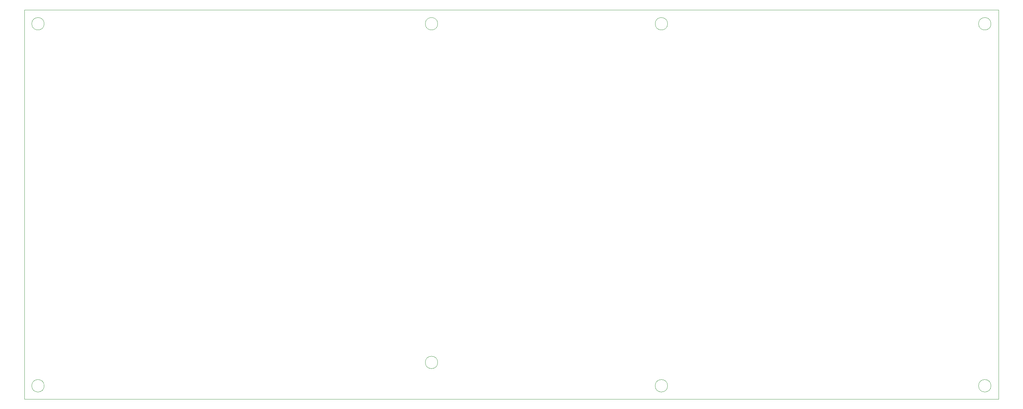
<source format=gm1>
%TF.GenerationSoftware,KiCad,Pcbnew,9.0.3*%
%TF.CreationDate,2025-12-20T20:15:01+09:00*%
%TF.ProjectId,VCOSeparate,56434f53-6570-4617-9261-74652e6b6963,rev?*%
%TF.SameCoordinates,Original*%
%TF.FileFunction,Profile,NP*%
%FSLAX46Y46*%
G04 Gerber Fmt 4.6, Leading zero omitted, Abs format (unit mm)*
G04 Created by KiCad (PCBNEW 9.0.3) date 2025-12-20 20:15:01*
%MOMM*%
%LPD*%
G01*
G04 APERTURE LIST*
%TA.AperFunction,Profile*%
%ADD10C,0.050000*%
%TD*%
G04 APERTURE END LIST*
D10*
X268600000Y-122000000D02*
G75*
G02*
X265400000Y-122000000I-1600000J0D01*
G01*
X265400000Y-122000000D02*
G75*
G02*
X268600000Y-122000000I1600000J0D01*
G01*
X25600000Y-122000000D02*
G75*
G02*
X22400000Y-122000000I-1600000J0D01*
G01*
X22400000Y-122000000D02*
G75*
G02*
X25600000Y-122000000I1600000J0D01*
G01*
X185600000Y-122000000D02*
G75*
G02*
X182400000Y-122000000I-1600000J0D01*
G01*
X182400000Y-122000000D02*
G75*
G02*
X185600000Y-122000000I1600000J0D01*
G01*
X185600000Y-29000000D02*
G75*
G02*
X182400000Y-29000000I-1600000J0D01*
G01*
X182400000Y-29000000D02*
G75*
G02*
X185600000Y-29000000I1600000J0D01*
G01*
X126600000Y-29000000D02*
G75*
G02*
X123400000Y-29000000I-1600000J0D01*
G01*
X123400000Y-29000000D02*
G75*
G02*
X126600000Y-29000000I1600000J0D01*
G01*
X268600000Y-29000000D02*
G75*
G02*
X265400000Y-29000000I-1600000J0D01*
G01*
X265400000Y-29000000D02*
G75*
G02*
X268600000Y-29000000I1600000J0D01*
G01*
X25600000Y-29000000D02*
G75*
G02*
X22400000Y-29000000I-1600000J0D01*
G01*
X22400000Y-29000000D02*
G75*
G02*
X25600000Y-29000000I1600000J0D01*
G01*
X20532000Y-25438000D02*
X270532000Y-25438000D01*
X270532000Y-125438000D01*
X20532000Y-125438000D01*
X20532000Y-25438000D01*
X126600000Y-116000000D02*
G75*
G02*
X123400000Y-116000000I-1600000J0D01*
G01*
X123400000Y-116000000D02*
G75*
G02*
X126600000Y-116000000I1600000J0D01*
G01*
M02*

</source>
